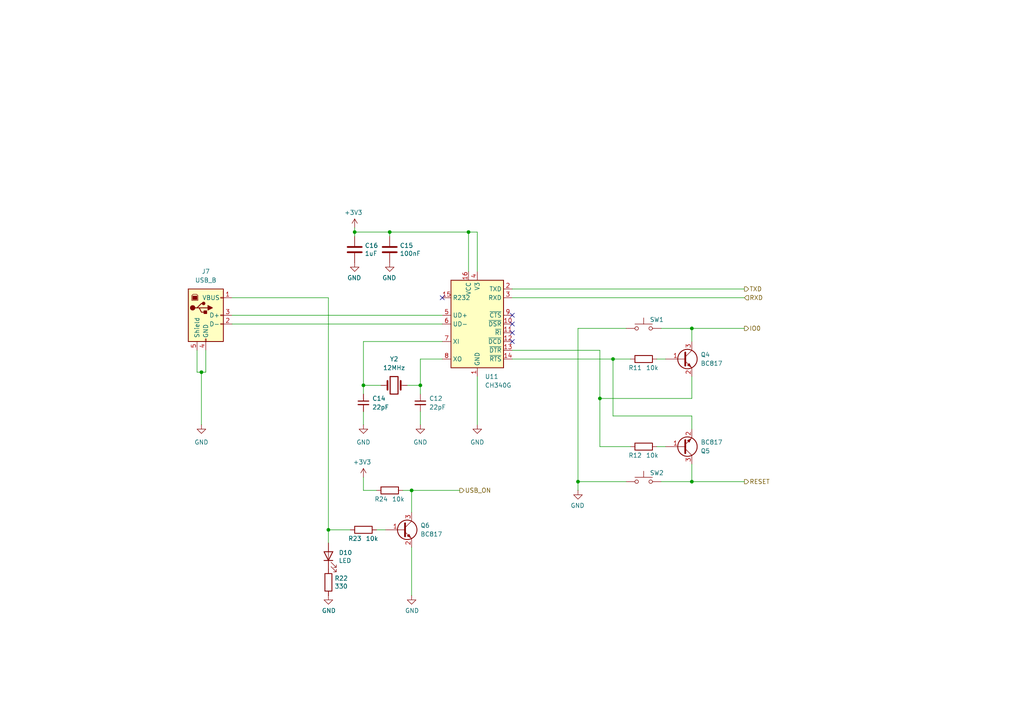
<source format=kicad_sch>
(kicad_sch (version 20231120) (generator "eeschema") (generator_version "8.0")
  (paper "A4")
  (lib_symbols
    (symbol "Connector:USB_B" (pin_names (offset 1.016))
      (property "Reference" "J" (at -5.08 11.43 0))
      (property "Value" "USB_B" (at -5.08 8.89 0))
      (symbol "USB_B_0_1"
        (rectangle (start -5.08 -7.62) (end 5.08 7.62) (stroke (width 0.254)) (fill (type background)))
        (circle (center -3.81 2.159) (radius 0.635) (stroke (width 0.254)) (fill (type outline)))
        (rectangle (start -3.81 5.588) (end -2.54 4.572) (fill (type outline)))
        (circle (center -0.635 3.429) (radius 0.381) (stroke (width 0.254)) (fill (type outline)))
        (rectangle (start -0.127 -7.62) (end 0.127 -6.858))
        (polyline (pts (xy -1.905 2.159) (xy 0.635 2.159)) (stroke (width 0.254)))
        (polyline (pts (xy -3.175 2.159) (xy -2.54 2.159) (xy -1.27 3.429) (xy -0.635 3.429)) (stroke (width 0.254)))
        (polyline (pts (xy -2.54 2.159) (xy -1.905 2.159) (xy -1.27 0.889) (xy 0 0.889)) (stroke (width 0.254)))
        (polyline (pts (xy 0.635 2.794) (xy 0.635 1.524) (xy 1.905 2.159) (xy 0.635 2.794)) (stroke (width 0.254)) (fill (type outline)))
        (polyline (pts (xy -4.064 4.318) (xy -2.286 4.318) (xy -2.286 5.715) (xy -2.667 6.096) (xy -3.683 6.096) (xy -4.064 5.715) (xy -4.064 4.318)))
        (rectangle (start 0.254 1.27) (end -0.508 0.508) (stroke (width 0.254)) (fill (type outline)))
        (rectangle (start 5.08 -2.667) (end 4.318 -2.413))
        (rectangle (start 5.08 -0.127) (end 4.318 0.127))
        (rectangle (start 5.08 4.953) (end 4.318 5.207))
      )
      (symbol "USB_B_1_1"
        (pin power_out line (at 7.62 5.08 180) (length 2.54) (name "VBUS") (number "1"))
        (pin bidirectional line (at 7.62 -2.54 180) (length 2.54) (name "D-") (number "2"))
        (pin bidirectional line (at 7.62 0 180) (length 2.54) (name "D+") (number "3"))
        (pin power_out line (at 0 -10.16 90) (length 2.54) (name "GND") (number "4"))
        (pin passive line (at -2.54 -10.16 90) (length 2.54) (name "Shield") (number "5"))
      )
    )
    (symbol "Device:C" (pin_numbers hide) (pin_names (offset 0.254))
      (property "Reference" "C" (at 0.635 2.54 0))
      (property "Value" "C" (at 0.635 -2.54 0))
      (symbol "C_0_1"
        (polyline (pts (xy -2.032 -0.762) (xy 2.032 -0.762)) (stroke (width 0.508)))
        (polyline (pts (xy -2.032 0.762) (xy 2.032 0.762)) (stroke (width 0.508)))
      )
      (symbol "C_1_1"
        (pin passive line (at 0 3.81 270) (length 2.794) (name "~") (number "1"))
        (pin passive line (at 0 -3.81 90) (length 2.794) (name "~") (number "2"))
      )
    )
    (symbol "Device:C_Small" (pin_numbers hide) (pin_names (offset 0.254) hide)
      (property "Reference" "C" (at 0.254 1.778 0))
      (property "Value" "C_Small" (at 0.254 -2.032 0))
      (symbol "C_Small_0_1"
        (polyline (pts (xy -1.524 -0.508) (xy 1.524 -0.508)) (stroke (width 0.3302)))
        (polyline (pts (xy -1.524 0.508) (xy 1.524 0.508)) (stroke (width 0.3048)))
      )
      (symbol "C_Small_1_1"
        (pin passive line (at 0 2.54 270) (length 2.032) (name "~") (number "1"))
        (pin passive line (at 0 -2.54 90) (length 2.032) (name "~") (number "2"))
      )
    )
    (symbol "Device:Crystal" (pin_numbers hide) (pin_names (offset 1.016) hide)
      (property "Reference" "Y" (at 0 3.81 0))
      (property "Value" "Crystal" (at 0 -3.81 0))
      (symbol "Crystal_0_1"
        (rectangle (start -1.143 2.54) (end 1.143 -2.54) (stroke (width 0.3048)))
        (polyline (pts (xy -2.54 0) (xy -1.905 0)))
        (polyline (pts (xy -1.905 -1.27) (xy -1.905 1.27)) (stroke (width 0.508)))
        (polyline (pts (xy 1.905 -1.27) (xy 1.905 1.27)) (stroke (width 0.508)))
        (polyline (pts (xy 2.54 0) (xy 1.905 0)))
      )
      (symbol "Crystal_1_1"
        (pin passive line (at -3.81 0 0) (length 1.27) (name "1") (number "1"))
        (pin passive line (at 3.81 0 180) (length 1.27) (name "2") (number "2"))
      )
    )
    (symbol "Device:LED" (pin_numbers hide) (pin_names (offset 1.016) hide)
      (property "Reference" "D" (at 0 2.54 0))
      (property "Value" "LED" (at 0 -2.54 0))
      (symbol "LED_0_1"
        (polyline (pts (xy -1.27 -1.27) (xy -1.27 1.27)) (stroke (width 0.254)))
        (polyline (pts (xy -1.27 0) (xy 1.27 0)))
        (polyline (pts (xy 1.27 -1.27) (xy 1.27 1.27) (xy -1.27 0) (xy 1.27 -1.27)) (stroke (width 0.254)))
        (polyline (pts (xy -3.048 -0.762) (xy -4.572 -2.286) (xy -3.81 -2.286) (xy -4.572 -2.286) (xy -4.572 -1.524)))
        (polyline (pts (xy -1.778 -0.762) (xy -3.302 -2.286) (xy -2.54 -2.286) (xy -3.302 -2.286) (xy -3.302 -1.524)))
      )
      (symbol "LED_1_1"
        (pin passive line (at -3.81 0 0) (length 2.54) (name "K") (number "1"))
        (pin passive line (at 3.81 0 180) (length 2.54) (name "A") (number "2"))
      )
    )
    (symbol "Device:R" (pin_numbers hide) (pin_names (offset 0))
      (property "Reference" "R" (at 2.032 0 90))
      (property "Value" "R" (at 0 0 90))
      (symbol "R_0_1"
        (rectangle (start -1.016 -2.54) (end 1.016 2.54) (stroke (width 0.254)))
      )
      (symbol "R_1_1"
        (pin passive line (at 0 3.81 270) (length 1.27) (name "~") (number "1"))
        (pin passive line (at 0 -3.81 90) (length 1.27) (name "~") (number "2"))
      )
    )
    (symbol "Interface_USB:CH340G"
      (property "Reference" "U" (at -5.08 13.97 0))
      (property "Value" "CH340G" (at 1.27 13.97 0))
      (symbol "CH340G_0_1"
        (rectangle (start -7.62 12.7) (end 7.62 -12.7) (stroke (width 0.254)) (fill (type background)))
      )
      (symbol "CH340G_1_1"
        (pin power_in line (at 0 -15.24 90) (length 2.54) (name "GND") (number "1"))
        (pin input line (at 10.16 0 180) (length 2.54) (name "~{DSR}") (number "10"))
        (pin input line (at 10.16 -2.54 180) (length 2.54) (name "~{RI}") (number "11"))
        (pin input line (at 10.16 -5.08 180) (length 2.54) (name "~{DCD}") (number "12"))
        (pin output line (at 10.16 -7.62 180) (length 2.54) (name "~{DTR}") (number "13"))
        (pin output line (at 10.16 -10.16 180) (length 2.54) (name "~{RTS}") (number "14"))
        (pin input line (at -10.16 7.62 0) (length 2.54) (name "R232") (number "15"))
        (pin power_in line (at -2.54 15.24 270) (length 2.54) (name "VCC") (number "16"))
        (pin output line (at 10.16 10.16 180) (length 2.54) (name "TXD") (number "2"))
        (pin input line (at 10.16 7.62 180) (length 2.54) (name "RXD") (number "3"))
        (pin power_out line (at 0 15.24 270) (length 2.54) (name "V3") (number "4"))
        (pin bidirectional line (at -10.16 2.54 0) (length 2.54) (name "UD+") (number "5"))
        (pin bidirectional line (at -10.16 0 0) (length 2.54) (name "UD-") (number "6"))
        (pin input line (at -10.16 -5.08 0) (length 2.54) (name "XI") (number "7"))
        (pin output line (at -10.16 -10.16 0) (length 2.54) (name "XO") (number "8"))
        (pin input line (at 10.16 2.54 180) (length 2.54) (name "~{CTS}") (number "9"))
      )
    )
    (symbol "Switch:SW_Push" (pin_numbers hide) (pin_names (offset 1.016) hide)
      (property "Reference" "SW" (at 1.27 2.54 0))
      (property "Value" "SW_Push" (at 0 -1.524 0))
      (symbol "SW_Push_0_1"
        (circle (center -2.032 0) (radius 0.508))
        (polyline (pts (xy 0 1.27) (xy 0 3.048)))
        (polyline (pts (xy 2.54 1.27) (xy -2.54 1.27)))
        (circle (center 2.032 0) (radius 0.508))
        (pin passive line (at -5.08 0 0) (length 2.54) (name "1") (number "1"))
        (pin passive line (at 5.08 0 180) (length 2.54) (name "2") (number "2"))
      )
    )
    (symbol "Transistor_BJT:BC817" (pin_names (offset 0) hide)
      (property "Reference" "Q" (at 5.08 1.905 0))
      (property "Value" "BC817" (at 5.08 0 0))
      (symbol "BC817_0_1"
        (polyline (pts (xy 0.635 0.635) (xy 2.54 2.54)))
        (polyline (pts (xy 0.635 -0.635) (xy 2.54 -2.54) (xy 2.54 -2.54)))
        (polyline (pts (xy 0.635 1.905) (xy 0.635 -1.905) (xy 0.635 -1.905)) (stroke (width 0.508)))
        (polyline (pts (xy 1.27 -1.778) (xy 1.778 -1.27) (xy 2.286 -2.286) (xy 1.27 -1.778) (xy 1.27 -1.778)) (fill (type outline)))
        (circle (center 1.27 0) (radius 2.8194) (stroke (width 0.254)))
      )
      (symbol "BC817_1_1"
        (pin input line (at -5.08 0 0) (length 5.715) (name "B") (number "1"))
        (pin passive line (at 2.54 -5.08 90) (length 2.54) (name "E") (number "2"))
        (pin passive line (at 2.54 5.08 270) (length 2.54) (name "C") (number "3"))
      )
    )
    (symbol "power:+3V3" (power) (pin_names (offset 0))
      (property "Value" "+3V3" (at 0 3.556 0))
      (symbol "+3V3_0_1"
        (polyline (pts (xy -0.762 1.27) (xy 0 2.54)))
        (polyline (pts (xy 0 0) (xy 0 2.54)))
        (polyline (pts (xy 0 2.54) (xy 0.762 1.27)))
      )
      (symbol "+3V3_1_1"
        (pin power_in line (at 0 0 90) (length 0) hide (name "+3V3") (number "1"))
      )
    )
    (symbol "power:GND" (power) (pin_numbers hide) (pin_names (offset 0) hide)
      (property "Value" "GND" (at 0 -3.81 0))
      (symbol "GND_0_1"
        (polyline (pts (xy 0 0) (xy 0 -1.27) (xy 1.27 -1.27) (xy 0 -2.54) (xy -1.27 -1.27) (xy 0 -1.27)))
      )
      (symbol "GND_1_1"
        (pin power_in line (at 0 0 270) (length 0) (name "~") (number "1"))
      )
    )
  )
  (junction (at 113.03 67.31))
  (junction (at 121.92 111.76))
  (junction (at 102.87 67.31))
  (junction (at 200.66 95.25))
  (junction (at 173.99 115.57))
  (junction (at 105.41 111.76))
  (junction (at 177.8 104.14))
  (junction (at 167.64 139.7))
  (junction (at 95.25 153.67))
  (junction (at 58.42 107.95))
  (junction (at 135.89 67.31))
  (junction (at 200.66 139.7))
  (junction (at 119.38 142.24))
  (no_connect (at 148.59 96.52))
  (no_connect (at 128.27 86.36))
  (no_connect (at 148.59 93.98))
  (no_connect (at 148.59 91.44))
  (no_connect (at 148.59 99.06))
  (wire (pts (xy 119.38 142.24) (xy 119.38 148.59)))
  (wire (pts (xy 177.8 120.65) (xy 177.8 104.14)))
  (wire (pts (xy 173.99 101.6) (xy 173.99 115.57)))
  (wire (pts (xy 67.31 93.98) (xy 128.27 93.98)))
  (wire (pts (xy 59.69 107.95) (xy 58.42 107.95)))
  (wire (pts (xy 200.66 139.7) (xy 191.77 139.7)))
  (wire (pts (xy 102.87 66.04) (xy 102.87 67.31)))
  (wire (pts (xy 215.9 139.7) (xy 200.66 139.7)))
  (wire (pts (xy 200.66 115.57) (xy 173.99 115.57)))
  (wire (pts (xy 148.59 83.82) (xy 215.9 83.82)))
  (wire (pts (xy 105.41 142.24) (xy 109.22 142.24)))
  (wire (pts (xy 138.43 67.31) (xy 135.89 67.31)))
  (wire (pts (xy 200.66 95.25) (xy 200.66 99.06)))
  (wire (pts (xy 167.64 142.24) (xy 167.64 139.7)))
  (wire (pts (xy 105.41 111.76) (xy 105.41 114.3)))
  (wire (pts (xy 67.31 91.44) (xy 128.27 91.44)))
  (wire (pts (xy 138.43 109.22) (xy 138.43 123.19)))
  (wire (pts (xy 191.77 95.25) (xy 200.66 95.25)))
  (wire (pts (xy 138.43 78.74) (xy 138.43 67.31)))
  (wire (pts (xy 167.64 139.7) (xy 181.61 139.7)))
  (wire (pts (xy 118.11 111.76) (xy 121.92 111.76)))
  (wire (pts (xy 128.27 99.06) (xy 105.41 99.06)))
  (wire (pts (xy 121.92 111.76) (xy 121.92 114.3)))
  (wire (pts (xy 95.25 153.67) (xy 95.25 157.48)))
  (wire (pts (xy 167.64 139.7) (xy 167.64 95.25)))
  (wire (pts (xy 121.92 111.76) (xy 121.92 104.14)))
  (wire (pts (xy 177.8 104.14) (xy 182.88 104.14)))
  (wire (pts (xy 109.22 153.67) (xy 111.76 153.67)))
  (wire (pts (xy 200.66 124.46) (xy 200.66 120.65)))
  (wire (pts (xy 148.59 101.6) (xy 173.99 101.6)))
  (wire (pts (xy 113.03 68.58) (xy 113.03 67.31)))
  (wire (pts (xy 58.42 107.95) (xy 58.42 123.19)))
  (wire (pts (xy 102.87 67.31) (xy 102.87 68.58)))
  (wire (pts (xy 116.84 142.24) (xy 119.38 142.24)))
  (wire (pts (xy 105.41 138.43) (xy 105.41 142.24)))
  (wire (pts (xy 119.38 142.24) (xy 133.35 142.24)))
  (wire (pts (xy 200.66 134.62) (xy 200.66 139.7)))
  (wire (pts (xy 167.64 95.25) (xy 181.61 95.25)))
  (wire (pts (xy 57.15 101.6) (xy 57.15 107.95)))
  (wire (pts (xy 215.9 95.25) (xy 200.66 95.25)))
  (wire (pts (xy 119.38 158.75) (xy 119.38 172.72)))
  (wire (pts (xy 95.25 86.36) (xy 95.25 153.67)))
  (wire (pts (xy 148.59 86.36) (xy 215.9 86.36)))
  (wire (pts (xy 200.66 109.22) (xy 200.66 115.57)))
  (wire (pts (xy 173.99 115.57) (xy 173.99 129.54)))
  (wire (pts (xy 121.92 119.38) (xy 121.92 123.19)))
  (wire (pts (xy 190.5 129.54) (xy 193.04 129.54)))
  (wire (pts (xy 135.89 67.31) (xy 135.89 78.74)))
  (wire (pts (xy 105.41 119.38) (xy 105.41 123.19)))
  (wire (pts (xy 57.15 107.95) (xy 58.42 107.95)))
  (wire (pts (xy 173.99 129.54) (xy 182.88 129.54)))
  (wire (pts (xy 105.41 111.76) (xy 110.49 111.76)))
  (wire (pts (xy 95.25 153.67) (xy 101.6 153.67)))
  (wire (pts (xy 113.03 67.31) (xy 102.87 67.31)))
  (wire (pts (xy 59.69 101.6) (xy 59.69 107.95)))
  (wire (pts (xy 105.41 99.06) (xy 105.41 111.76)))
  (wire (pts (xy 135.89 67.31) (xy 113.03 67.31)))
  (wire (pts (xy 190.5 104.14) (xy 193.04 104.14)))
  (wire (pts (xy 148.59 104.14) (xy 177.8 104.14)))
  (wire (pts (xy 121.92 104.14) (xy 128.27 104.14)))
  (wire (pts (xy 177.8 120.65) (xy 200.66 120.65)))
  (wire (pts (xy 67.31 86.36) (xy 95.25 86.36)))
  (hierarchical_label "IO0" (shape output) (at 215.9 95.25 0))
  (hierarchical_label "RESET" (shape output) (at 215.9 139.7 0))
  (hierarchical_label "USB_ON" (shape output) (at 133.35 142.24 0))
  (hierarchical_label "TXD" (shape output) (at 215.9 83.82 0))
  (hierarchical_label "RXD" (shape input) (at 215.9 86.36 0))
  (symbol (lib_id "Device:C_Small") (at 105.41 116.84 0) (unit 1)
    (property "Reference" "C14" (at 107.95 115.5762 0) (effects (justify left)))
    (property "Value" "22pF" (at 107.95 118.1162 0) (effects (justify left)))
    (property "Footprint" "Capacitor_SMD:C_1206_3216Metric_Pad1.33x1.80mm_HandSolder" (effects (hide yes)))
    (property "Description" "Unpolarized capacitor, small symbol" (effects (hide yes)))
  )
  (symbol (lib_id "Device:R") (at 95.25 168.91 0) (unit 1)
    (property "Reference" "R22" (at 97.028 167.7416 0) (effects (justify left)))
    (property "Value" "330" (at 97.028 170.053 0) (effects (justify left)))
    (property "Footprint" "Resistor_SMD:R_1206_3216Metric" (effects (hide yes)))
  )
  (symbol (lib_id "power:GND") (at 95.25 172.72 0) (unit 1)
    (property "Reference" "#PWR036" (effects (hide yes)))
    (property "Value" "GND" (at 95.377 177.1142 0))
  )
  (symbol (lib_id "Device:R") (at 186.69 104.14 90) (unit 1)
    (property "Reference" "R11" (at 186.182 106.68 90) (effects (justify left)))
    (property "Value" "10k" (at 191.008 106.68 90) (effects (justify left)))
    (property "Footprint" "Resistor_SMD:R_1206_3216Metric" (effects (hide yes)))
    (property "Datasheet" "https://www.yageo.com/upload/media/product/productsearch/datasheet/rchip/PYu-RC_Group_51_RoHS_L_11.pdf" (effects (hide yes)))
    (property "manf#" "RC1206FR-0710KL" (effects (hide yes)))
  )
  (symbol (lib_id "power:GND") (at 113.03 76.2 0) (mirror y) (unit 1)
    (property "Reference" "#PWR081" (effects (hide yes)))
    (property "Value" "GND" (at 112.903 80.5942 0))
  )
  (symbol (lib_id "power:+3V3") (at 102.87 66.04 0) (mirror y) (unit 1)
    (property "Reference" "#PWR082" (effects (hide yes)))
    (property "Value" "+3V3" (at 102.489 61.6458 0))
  )
  (symbol (lib_id "power:GND") (at 105.41 123.19 0) (unit 1)
    (property "Reference" "#PWR079" (effects (hide yes)))
    (property "Value" "GND" (at 105.41 128.27 0))
    (property "Description" "Power symbol creates a global label with name \"GND\" , ground" (effects (hide yes)))
  )
  (symbol (lib_id "power:GND") (at 58.42 123.19 0) (unit 1)
    (property "Reference" "#PWR073" (effects (hide yes)))
    (property "Value" "GND" (at 58.42 128.27 0))
    (property "Description" "Power symbol creates a global label with name \"GND\" , ground" (effects (hide yes)))
  )
  (symbol (lib_id "Transistor_BJT:BC817") (at 116.84 153.67 0) (unit 1)
    (property "Reference" "Q6" (at 121.92 152.3999 0) (effects (justify left)))
    (property "Value" "BC817" (at 121.92 154.9399 0) (effects (justify left)))
    (property "Footprint" "Package_TO_SOT_SMD:SOT-23" (effects (hide yes)))
    (property "Datasheet" "https://www.onsemi.com/pub/Collateral/BC818-D.pdf" (effects (hide yes)))
    (property "Description" "0.8A Ic, 45V Vce, NPN Transistor, SOT-23" (effects (hide yes)))
  )
  (symbol (lib_id "power:GND") (at 138.43 123.19 0) (unit 1)
    (property "Reference" "#PWR077" (effects (hide yes)))
    (property "Value" "GND" (at 138.43 128.27 0))
    (property "Description" "Power symbol creates a global label with name \"GND\" , ground" (effects (hide yes)))
  )
  (symbol (lib_id "Device:R") (at 105.41 153.67 90) (unit 1)
    (property "Reference" "R23" (at 104.902 156.21 90) (effects (justify left)))
    (property "Value" "10k" (at 109.728 156.21 90) (effects (justify left)))
    (property "Footprint" "Resistor_SMD:R_1206_3216Metric" (effects (hide yes)))
    (property "Datasheet" "https://www.yageo.com/upload/media/product/productsearch/datasheet/rchip/PYu-RC_Group_51_RoHS_L_11.pdf" (effects (hide yes)))
    (property "manf#" "RC1206FR-0710KL" (effects (hide yes)))
  )
  (symbol (lib_id "Device:R") (at 186.69 129.54 90) (unit 1)
    (property "Reference" "R12" (at 186.182 132.08 90) (effects (justify left)))
    (property "Value" "10k" (at 191.008 132.08 90) (effects (justify left)))
    (property "Footprint" "Resistor_SMD:R_1206_3216Metric" (effects (hide yes)))
    (property "Datasheet" "https://www.yageo.com/upload/media/product/productsearch/datasheet/rchip/PYu-RC_Group_51_RoHS_L_11.pdf" (effects (hide yes)))
    (property "manf#" "RC1206FR-0710KL" (effects (hide yes)))
  )
  (symbol (lib_id "power:GND") (at 167.64 142.24 0) (mirror y) (unit 1)
    (property "Reference" "#PWR043" (effects (hide yes)))
    (property "Value" "GND" (at 167.513 146.6342 0))
  )
  (symbol (lib_id "power:+3V3") (at 105.41 138.43 0) (mirror y) (unit 1)
    (property "Reference" "#PWR080" (effects (hide yes)))
    (property "Value" "+3V3" (at 105.029 134.0358 0))
  )
  (symbol (lib_id "Connector:USB_B") (at 59.69 91.44 0) (unit 1)
    (property "Reference" "J7" (at 59.69 78.74 0))
    (property "Value" "USB_B" (at 59.69 81.28 0))
    (property "Footprint" "Connector_USB:USB_B_OST_USB-B1HSxx_Horizontal" (effects (hide yes)))
    (property "Description" "USB Type B connector" (effects (hide yes)))
  )
  (symbol (lib_id "Interface_USB:CH340G") (at 138.43 93.98 0) (unit 1)
    (property "Reference" "U11" (at 140.6241 109.22 0) (effects (justify left)))
    (property "Value" "CH340G" (at 140.6241 111.76 0) (effects (justify left)))
    (property "Footprint" "Package_SO:SOIC-16_3.9x9.9mm_P1.27mm" (effects (hide yes)))
    (property "Datasheet" "http://www.datasheet5.com/pdf-local-2195953" (effects (hide yes)))
    (property "Description" "USB serial converter, UART, SOIC-16" (effects (hide yes)))
  )
  (symbol (lib_id "Device:LED") (at 95.25 161.29 90) (unit 1)
    (property "Reference" "D10" (at 98.2472 160.2994 90) (effects (justify right)))
    (property "Value" "LED" (at 98.2472 162.6108 90) (effects (justify right)))
    (property "Footprint" "LED_SMD:LED_1206_3216Metric" (effects (hide yes)))
    (property "Datasheet" "https://media.digikey.com/pdf/Data%20Sheets/Stanley%20Electric%20PDFs/1101W_Series.pdf" (effects (hide yes)))
    (property "manf#" "BR1101W-TR" (effects (hide yes)))
  )
  (symbol (lib_id "power:GND") (at 119.38 172.72 0) (unit 1)
    (property "Reference" "#PWR037" (effects (hide yes)))
    (property "Value" "GND" (at 119.507 177.1142 0))
  )
  (symbol (lib_id "power:GND") (at 102.87 76.2 0) (mirror y) (unit 1)
    (property "Reference" "#PWR083" (effects (hide yes)))
    (property "Value" "GND" (at 102.743 80.5942 0))
  )
  (symbol (lib_id "Device:C_Small") (at 121.92 116.84 0) (unit 1)
    (property "Reference" "C12" (at 124.46 115.5762 0) (effects (justify left)))
    (property "Value" "22pF" (at 124.46 118.1162 0) (effects (justify left)))
    (property "Footprint" "Capacitor_SMD:C_1206_3216Metric_Pad1.33x1.80mm_HandSolder" (effects (hide yes)))
    (property "Description" "Unpolarized capacitor, small symbol" (effects (hide yes)))
  )
  (symbol (lib_id "Device:C") (at 102.87 72.39 0) (unit 1)
    (property "Reference" "C16" (at 105.791 71.2216 0) (effects (justify left)))
    (property "Value" "1uF" (at 105.791 73.533 0) (effects (justify left)))
    (property "Footprint" "Capacitor_SMD:C_1206_3216Metric_Pad1.33x1.80mm_HandSolder" (effects (hide yes)))
    (property "Datasheet" "https://www.samsungsem.com/resources/file/global/support/product_catalog/MLCC.pdf" (effects (hide yes)))
    (property "Voltage" "50V" (effects (hide yes)))
    (property "manf#" "CL31F105ZBFNNNE" (effects (hide yes)))
  )
  (symbol (lib_id "Switch:SW_Push") (at 186.69 139.7 0) (unit 1)
    (property "Reference" "SW2" (at 190.5 137.16 0))
    (property "Value" "SW_Push" (effects (hide yes)))
    (property "Footprint" "Button_Switch_THT:SW_PUSH_6mm" (effects (hide yes)))
    (property "Datasheet" "https://www.te.com/commerce/DocumentDelivery/DDEController?Action=srchrtrv&DocNm=1825910&DocType=Customer+Drawing&DocLang=English" (effects (hide yes)))
    (property "manf#" "1-1825910-0" (effects (hide yes)))
  )
  (symbol (lib_id "Transistor_BJT:BC817") (at 198.12 129.54 0) (mirror x) (unit 1)
    (property "Reference" "Q5" (at 203.2 130.8101 0) (effects (justify left)))
    (property "Value" "BC817" (at 203.2 128.2701 0) (effects (justify left)))
    (property "Footprint" "Package_TO_SOT_SMD:SOT-23" (effects (hide yes)))
    (property "Datasheet" "https://www.onsemi.com/pub/Collateral/BC818-D.pdf" (effects (hide yes)))
    (property "Description" "0.8A Ic, 45V Vce, NPN Transistor, SOT-23" (effects (hide yes)))
  )
  (symbol (lib_id "Device:Crystal") (at 114.3 111.76 0) (unit 1)
    (property "Reference" "Y2" (at 114.3 104.14 0))
    (property "Value" "12MHz" (at 114.3 106.68 0))
    (property "Footprint" "Crystal:Crystal_HC49-U_Vertical" (effects (hide yes)))
    (property "Description" "Two pin crystal" (effects (hide yes)))
  )
  (symbol (lib_id "Device:C") (at 113.03 72.39 0) (unit 1)
    (property "Reference" "C15" (at 115.951 71.2216 0) (effects (justify left)))
    (property "Value" "100nF" (at 115.951 73.533 0) (effects (justify left)))
    (property "Footprint" "Capacitor_SMD:C_1206_3216Metric_Pad1.33x1.80mm_HandSolder" (effects (hide yes)))
    (property "Datasheet" "https://www.yageo.com/upload/media/product/productsearch/datasheet/mlcc/UPY-GPHC_X7R_6.3V-to-50V_18.pdf" (effects (hide yes)))
    (property "Voltage" "50V" (effects (hide yes)))
    (property "manf#" "CC1206KRX7R9BB104" (effects (hide yes)))
  )
  (symbol (lib_id "Transistor_BJT:BC817") (at 198.12 104.14 0) (unit 1)
    (property "Reference" "Q4" (at 203.2 102.8699 0) (effects (justify left)))
    (property "Value" "BC817" (at 203.2 105.4099 0) (effects (justify left)))
    (property "Footprint" "Package_TO_SOT_SMD:SOT-23" (effects (hide yes)))
    (property "Datasheet" "https://www.onsemi.com/pub/Collateral/BC818-D.pdf" (effects (hide yes)))
    (property "Description" "0.8A Ic, 45V Vce, NPN Transistor, SOT-23" (effects (hide yes)))
  )
  (symbol (lib_id "Switch:SW_Push") (at 186.69 95.25 0) (unit 1)
    (property "Reference" "SW1" (at 190.5 92.71 0))
    (property "Value" "SW_Push" (effects (hide yes)))
    (property "Footprint" "Button_Switch_THT:SW_PUSH_6mm" (effects (hide yes)))
    (property "Datasheet" "https://www.te.com/commerce/DocumentDelivery/DDEController?Action=srchrtrv&DocNm=1825910&DocType=Customer+Drawing&DocLang=English" (effects (hide yes)))
    (property "manf#" "1-1825910-0" (effects (hide yes)))
  )
  (symbol (lib_id "power:GND") (at 121.92 123.19 0) (unit 1)
    (property "Reference" "#PWR078" (effects (hide yes)))
    (property "Value" "GND" (at 121.92 128.27 0))
    (property "Description" "Power symbol creates a global label with name \"GND\" , ground" (effects (hide yes)))
  )
  (symbol (lib_id "Device:R") (at 113.03 142.24 90) (unit 1)
    (property "Reference" "R24" (at 112.522 144.78 90) (effects (justify left)))
    (property "Value" "10k" (at 117.348 144.78 90) (effects (justify left)))
    (property "Footprint" "Resistor_SMD:R_1206_3216Metric" (effects (hide yes)))
    (property "Datasheet" "https://www.yageo.com/upload/media/product/productsearch/datasheet/rchip/PYu-RC_Group_51_RoHS_L_11.pdf" (effects (hide yes)))
    (property "manf#" "RC1206FR-0710KL" (effects (hide yes)))
  )
)
</source>
